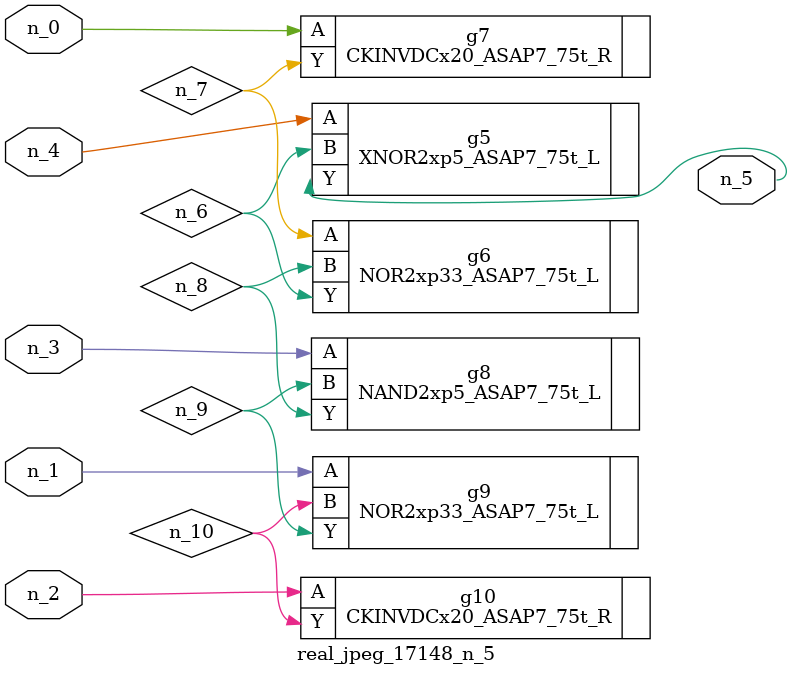
<source format=v>
module real_jpeg_17148_n_5 (n_4, n_0, n_1, n_2, n_3, n_5);

input n_4;
input n_0;
input n_1;
input n_2;
input n_3;

output n_5;

wire n_8;
wire n_6;
wire n_7;
wire n_10;
wire n_9;

CKINVDCx20_ASAP7_75t_R g7 ( 
.A(n_0),
.Y(n_7)
);

NOR2xp33_ASAP7_75t_L g9 ( 
.A(n_1),
.B(n_10),
.Y(n_9)
);

CKINVDCx20_ASAP7_75t_R g10 ( 
.A(n_2),
.Y(n_10)
);

NAND2xp5_ASAP7_75t_L g8 ( 
.A(n_3),
.B(n_9),
.Y(n_8)
);

XNOR2xp5_ASAP7_75t_L g5 ( 
.A(n_4),
.B(n_6),
.Y(n_5)
);

NOR2xp33_ASAP7_75t_L g6 ( 
.A(n_7),
.B(n_8),
.Y(n_6)
);


endmodule
</source>
